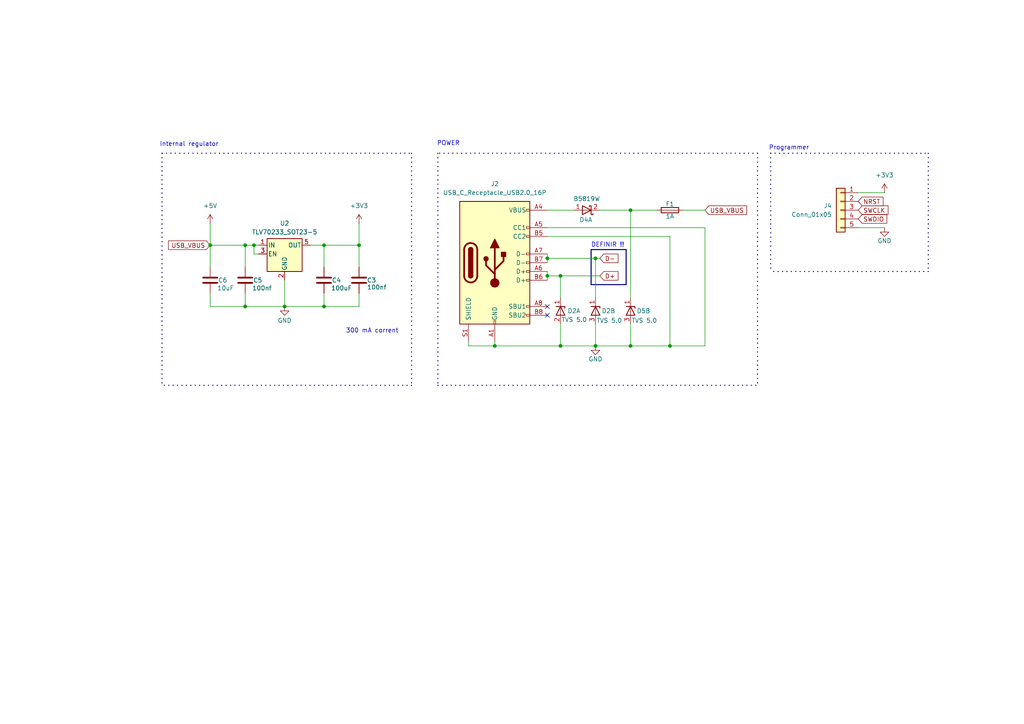
<source format=kicad_sch>
(kicad_sch (version 20231120) (generator "eeschema") (generator_version "8.0")
  (paper "A4")
  (lib_symbols
    (symbol "Connector:USB_C_Receptacle_USB2.0_16P" (pin_names (offset 1.016))
      (property "Reference" "J" (at 0 22.225 0))
      (property "Value" "USB_C_Receptacle_USB2.0_16P" (at 0 19.685 0))
      (symbol "USB_C_Receptacle_USB2.0_16P_0_0"
        (rectangle (start -0.254 -17.78) (end 0.254 -16.764))
        (rectangle (start 10.16 -14.986) (end 9.144 -15.494))
        (rectangle (start 10.16 -12.446) (end 9.144 -12.954))
        (rectangle (start 10.16 -4.826) (end 9.144 -5.334))
        (rectangle (start 10.16 -2.286) (end 9.144 -2.794))
        (rectangle (start 10.16 0.254) (end 9.144 -0.254))
        (rectangle (start 10.16 2.794) (end 9.144 2.286))
        (rectangle (start 10.16 7.874) (end 9.144 7.366))
        (rectangle (start 10.16 10.414) (end 9.144 9.906))
        (rectangle (start 10.16 15.494) (end 9.144 14.986))
      )
      (symbol "USB_C_Receptacle_USB2.0_16P_0_1"
        (rectangle (start -10.16 17.78) (end 10.16 -17.78) (stroke (width 0.254)) (fill (type background)))
        (arc (start -8.89 -3.81) (mid -6.985 -5.7067) (end -5.08 -3.81) (stroke (width 0.508)))
        (arc (start -7.62 -3.81) (mid -6.985 -4.4423) (end -6.35 -3.81) (stroke (width 0.254)))
        (arc (start -7.62 -3.81) (mid -6.985 -4.4423) (end -6.35 -3.81) (stroke (width 0.254)) (fill (type outline)))
        (rectangle (start -7.62 -3.81) (end -6.35 3.81) (stroke (width 0.254)) (fill (type outline)))
        (arc (start -6.35 3.81) (mid -6.985 4.4423) (end -7.62 3.81) (stroke (width 0.254)))
        (arc (start -6.35 3.81) (mid -6.985 4.4423) (end -7.62 3.81) (stroke (width 0.254)) (fill (type outline)))
        (arc (start -5.08 3.81) (mid -6.985 5.7067) (end -8.89 3.81) (stroke (width 0.508)))
        (circle (center -2.54 1.143) (radius 0.635) (stroke (width 0.254)) (fill (type outline)))
        (circle (center 0 -5.842) (radius 1.27) (fill (type outline)))
        (polyline (pts (xy -8.89 -3.81) (xy -8.89 3.81)) (stroke (width 0.508)))
        (polyline (pts (xy -5.08 3.81) (xy -5.08 -3.81)) (stroke (width 0.508)))
        (polyline (pts (xy 0 -5.842) (xy 0 4.318)) (stroke (width 0.508)))
        (polyline (pts (xy 0 -3.302) (xy -2.54 -0.762) (xy -2.54 0.508)) (stroke (width 0.508)))
        (polyline (pts (xy 0 -2.032) (xy 2.54 0.508) (xy 2.54 1.778)) (stroke (width 0.508)))
        (polyline (pts (xy -1.27 4.318) (xy 0 6.858) (xy 1.27 4.318) (xy -1.27 4.318)) (stroke (width 0.254)) (fill (type outline)))
        (rectangle (start 1.905 1.778) (end 3.175 3.048) (stroke (width 0.254)) (fill (type outline)))
      )
      (symbol "USB_C_Receptacle_USB2.0_16P_1_1"
        (pin passive line (at 0 -22.86 90) (length 5.08) (name "GND") (number "A1"))
        (pin passive line (at 0 -22.86 90) (length 5.08) hide (name "GND") (number "A12"))
        (pin passive line (at 15.24 15.24 180) (length 5.08) (name "VBUS") (number "A4"))
        (pin bidirectional line (at 15.24 10.16 180) (length 5.08) (name "CC1") (number "A5"))
        (pin bidirectional line (at 15.24 -2.54 180) (length 5.08) (name "D+") (number "A6"))
        (pin bidirectional line (at 15.24 2.54 180) (length 5.08) (name "D-") (number "A7"))
        (pin bidirectional line (at 15.24 -12.7 180) (length 5.08) (name "SBU1") (number "A8"))
        (pin passive line (at 15.24 15.24 180) (length 5.08) hide (name "VBUS") (number "A9"))
        (pin passive line (at 0 -22.86 90) (length 5.08) hide (name "GND") (number "B1"))
        (pin passive line (at 0 -22.86 90) (length 5.08) hide (name "GND") (number "B12"))
        (pin passive line (at 15.24 15.24 180) (length 5.08) hide (name "VBUS") (number "B4"))
        (pin bidirectional line (at 15.24 7.62 180) (length 5.08) (name "CC2") (number "B5"))
        (pin bidirectional line (at 15.24 -5.08 180) (length 5.08) (name "D+") (number "B6"))
        (pin bidirectional line (at 15.24 0 180) (length 5.08) (name "D-") (number "B7"))
        (pin bidirectional line (at 15.24 -15.24 180) (length 5.08) (name "SBU2") (number "B8"))
        (pin passive line (at 15.24 15.24 180) (length 5.08) hide (name "VBUS") (number "B9"))
        (pin passive line (at -7.62 -22.86 90) (length 5.08) (name "SHIELD") (number "S1"))
      )
    )
    (symbol "Connector_Generic:Conn_01x05" (pin_names (offset 1.016) hide)
      (property "Reference" "J" (at 0 7.62 0))
      (property "Value" "Conn_01x05" (at 0 -7.62 0))
      (symbol "Conn_01x05_1_1"
        (rectangle (start -1.27 -4.953) (end 0 -5.207) (stroke (width 0.1524)))
        (rectangle (start -1.27 -2.413) (end 0 -2.667) (stroke (width 0.1524)))
        (rectangle (start -1.27 0.127) (end 0 -0.127) (stroke (width 0.1524)))
        (rectangle (start -1.27 2.667) (end 0 2.413) (stroke (width 0.1524)))
        (rectangle (start -1.27 5.207) (end 0 4.953) (stroke (width 0.1524)))
        (rectangle (start -1.27 6.35) (end 1.27 -6.35) (stroke (width 0.254)) (fill (type background)))
        (pin passive line (at -5.08 5.08 0) (length 3.81) (name "Pin_1") (number "1"))
        (pin passive line (at -5.08 2.54 0) (length 3.81) (name "Pin_2") (number "2"))
        (pin passive line (at -5.08 0 0) (length 3.81) (name "Pin_3") (number "3"))
        (pin passive line (at -5.08 -2.54 0) (length 3.81) (name "Pin_4") (number "4"))
        (pin passive line (at -5.08 -5.08 0) (length 3.81) (name "Pin_5") (number "5"))
      )
    )
    (symbol "Device:C" (pin_numbers hide) (pin_names (offset 0.254))
      (property "Reference" "C" (at 0.635 2.54 0))
      (property "Value" "C" (at 0.635 -2.54 0))
      (symbol "C_0_1"
        (polyline (pts (xy -2.032 -0.762) (xy 2.032 -0.762)) (stroke (width 0.508)))
        (polyline (pts (xy -2.032 0.762) (xy 2.032 0.762)) (stroke (width 0.508)))
      )
      (symbol "C_1_1"
        (pin passive line (at 0 3.81 270) (length 2.794) (name "~") (number "1"))
        (pin passive line (at 0 -3.81 90) (length 2.794) (name "~") (number "2"))
      )
    )
    (symbol "Device:D_Schottky_Dual_CommonAnode_AKK_Split" (pin_names (offset 0.762) hide)
      (property "Reference" "D" (at 0 2.54 0))
      (property "Value" "D_Schottky_Dual_CommonAnode_AKK_Split" (at 0 -2.54 0))
      (symbol "D_Schottky_Dual_CommonAnode_AKK_Split_0_1"
        (polyline (pts (xy 1.27 0) (xy -1.27 0)))
        (polyline (pts (xy -1.27 1.27) (xy 1.27 0) (xy -1.27 -1.27) (xy -1.27 1.27) (xy -1.27 1.27) (xy -1.27 1.27)) (stroke (width 0.254)))
        (polyline (pts (xy 1.778 1.016) (xy 1.778 1.27) (xy 1.27 1.27) (xy 1.27 -1.27) (xy 0.762 -1.27) (xy 0.762 -1.016)) (stroke (width 0.254)))
        (pin passive line (at -3.81 0 0) (length 2.54) (name "A") (number "1"))
      )
      (symbol "D_Schottky_Dual_CommonAnode_AKK_Split_1_1"
        (pin passive line (at 3.81 0 180) (length 2.54) (name "K") (number "2"))
      )
      (symbol "D_Schottky_Dual_CommonAnode_AKK_Split_2_1"
        (pin passive line (at 3.81 0 180) (length 2.54) (name "K") (number "3"))
      )
    )
    (symbol "Device:D_Zener_Dual_CommonCathode_KAA_Split" (pin_names (offset 0.762) hide)
      (property "Reference" "D" (at 0 2.54 0))
      (property "Value" "D_Zener_Dual_CommonCathode_KAA_Split" (at 0 -2.54 0))
      (symbol "D_Zener_Dual_CommonCathode_KAA_Split_0_0"
        (polyline (pts (xy 1.27 1.27) (xy 1.27 -1.27) (xy 0.762 -1.27)) (stroke (width 0.254)))
      )
      (symbol "D_Zener_Dual_CommonCathode_KAA_Split_0_1"
        (polyline (pts (xy 1.27 0) (xy -1.27 0)))
        (polyline (pts (xy -1.27 1.27) (xy 1.27 0) (xy -1.27 -1.27) (xy -1.27 1.27) (xy -1.27 1.27) (xy -1.27 1.27)) (stroke (width 0.254)))
        (pin passive line (at 3.81 0 180) (length 2.54) (name "K") (number "1"))
      )
      (symbol "D_Zener_Dual_CommonCathode_KAA_Split_1_1"
        (pin passive line (at -3.81 0 0) (length 2.54) (name "A") (number "2"))
      )
      (symbol "D_Zener_Dual_CommonCathode_KAA_Split_2_1"
        (pin passive line (at -3.81 0 0) (length 2.54) (name "K") (number "3"))
      )
    )
    (symbol "Device:Fuse" (pin_numbers hide) (pin_names (offset 0))
      (property "Reference" "F" (at 2.032 0 90))
      (property "Value" "Fuse" (at -1.905 0 90))
      (symbol "Fuse_0_1"
        (rectangle (start -0.762 -2.54) (end 0.762 2.54) (stroke (width 0.254)))
        (polyline (pts (xy 0 2.54) (xy 0 -2.54)))
      )
      (symbol "Fuse_1_1"
        (pin passive line (at 0 3.81 270) (length 1.27) (name "~") (number "1"))
        (pin passive line (at 0 -3.81 90) (length 1.27) (name "~") (number "2"))
      )
    )
    (symbol "Regulator_Linear:TLV70233_SOT23-5" (pin_names (offset 0.254))
      (property "Reference" "U" (at -3.81 5.715 0))
      (property "Value" "TLV70233_SOT23-5" (at 0 5.715 0))
      (symbol "TLV70233_SOT23-5_0_1"
        (rectangle (start -5.08 4.445) (end 5.08 -5.08) (stroke (width 0.254)) (fill (type background)))
      )
      (symbol "TLV70233_SOT23-5_1_1"
        (pin power_in line (at -7.62 2.54 0) (length 2.54) (name "IN") (number "1"))
        (pin power_in line (at 0 -7.62 90) (length 2.54) (name "GND") (number "2"))
        (pin input line (at -7.62 0 0) (length 2.54) (name "EN") (number "3"))
        (pin no_connect line (at 5.08 0 180) (length 2.54) hide (name "NC") (number "4"))
        (pin power_out line (at 7.62 2.54 180) (length 2.54) (name "OUT") (number "5"))
      )
    )
    (symbol "power:+3V3" (power) (pin_numbers hide) (pin_names (offset 0) hide)
      (property "Value" "+3V3" (at 0 3.556 0))
      (symbol "+3V3_0_1"
        (polyline (pts (xy -0.762 1.27) (xy 0 2.54)))
        (polyline (pts (xy 0 0) (xy 0 2.54)))
        (polyline (pts (xy 0 2.54) (xy 0.762 1.27)))
      )
      (symbol "+3V3_1_1"
        (pin power_in line (at 0 0 90) (length 0) (name "~") (number "1"))
      )
    )
    (symbol "power:+5V" (power) (pin_numbers hide) (pin_names (offset 0) hide)
      (property "Value" "+5V" (at 0 3.556 0))
      (symbol "+5V_0_1"
        (polyline (pts (xy -0.762 1.27) (xy 0 2.54)))
        (polyline (pts (xy 0 0) (xy 0 2.54)))
        (polyline (pts (xy 0 2.54) (xy 0.762 1.27)))
      )
      (symbol "+5V_1_1"
        (pin power_in line (at 0 0 90) (length 0) (name "~") (number "1"))
      )
    )
    (symbol "power:GND" (power) (pin_numbers hide) (pin_names (offset 0) hide)
      (property "Value" "GND" (at 0 -3.81 0))
      (symbol "GND_0_1"
        (polyline (pts (xy 0 0) (xy 0 -1.27) (xy 1.27 -1.27) (xy 0 -2.54) (xy -1.27 -1.27) (xy 0 -1.27)))
      )
      (symbol "GND_1_1"
        (pin power_in line (at 0 0 270) (length 0) (name "~") (number "1"))
      )
    )
  )
  (junction (at 82.55 88.9))
  (junction (at 71.12 88.9))
  (junction (at 60.96 71.12))
  (junction (at 93.98 71.12))
  (junction (at 73.66 71.12))
  (junction (at 172.72 100.33))
  (junction (at 93.98 88.9))
  (junction (at 104.14 71.12))
  (junction (at 162.56 100.33))
  (junction (at 194.31 100.33))
  (junction (at 71.12 71.12))
  (junction (at 158.75 74.93))
  (junction (at 143.51 100.33))
  (junction (at 158.75 80.01))
  (junction (at 172.72 74.93))
  (junction (at 162.56 80.01))
  (junction (at 182.88 100.33))
  (junction (at 182.88 60.96))
  (no_connect (at 158.75 91.44))
  (no_connect (at 158.75 88.9))
  (wire (pts (xy 166.37 60.96) (xy 158.75 60.96)))
  (wire (pts (xy 60.96 88.9) (xy 71.12 88.9)))
  (wire (pts (xy 158.75 73.66) (xy 158.75 74.93)))
  (wire (pts (xy 104.14 77.47) (xy 104.14 71.12)))
  (wire (pts (xy 172.72 74.93) (xy 173.99 74.93)))
  (wire (pts (xy 60.96 88.9) (xy 60.96 85.09)))
  (bus (pts (xy 219.71 44.45) (xy 219.71 111.76)) (stroke (width 0) (type dot)))
  (wire (pts (xy 158.75 80.01) (xy 158.75 81.28)))
  (wire (pts (xy 158.75 80.01) (xy 162.56 80.01)))
  (wire (pts (xy 93.98 71.12) (xy 104.14 71.12)))
  (bus (pts (xy 269.24 44.45) (xy 269.24 78.74)) (stroke (width 0) (type dot)))
  (wire (pts (xy 143.51 100.33) (xy 143.51 99.06)))
  (wire (pts (xy 182.88 86.36) (xy 182.88 60.96)))
  (wire (pts (xy 93.98 71.12) (xy 90.17 71.12)))
  (wire (pts (xy 158.75 78.74) (xy 158.75 80.01)))
  (wire (pts (xy 204.47 66.04) (xy 204.47 100.33)))
  (bus (pts (xy 171.45 72.39) (xy 171.45 82.55)))
  (wire (pts (xy 198.12 60.96) (xy 204.47 60.96)))
  (wire (pts (xy 60.96 64.77) (xy 60.96 71.12)))
  (wire (pts (xy 194.31 68.58) (xy 194.31 100.33)))
  (bus (pts (xy 181.61 82.55) (xy 181.61 72.39)))
  (wire (pts (xy 93.98 77.47) (xy 93.98 71.12)))
  (wire (pts (xy 135.89 100.33) (xy 135.89 99.06)))
  (wire (pts (xy 172.72 74.93) (xy 172.72 86.36)))
  (wire (pts (xy 182.88 100.33) (xy 194.31 100.33)))
  (wire (pts (xy 162.56 80.01) (xy 162.56 86.36)))
  (bus (pts (xy 119.38 44.45) (xy 119.38 111.76)) (stroke (width 0) (type dot)))
  (wire (pts (xy 82.55 88.9) (xy 93.98 88.9)))
  (wire (pts (xy 256.54 55.88) (xy 248.92 55.88)))
  (bus (pts (xy 171.45 82.55) (xy 181.61 82.55)))
  (bus (pts (xy 219.71 44.45) (xy 127 44.45)) (stroke (width 0) (type dot)))
  (wire (pts (xy 135.89 100.33) (xy 143.51 100.33)))
  (wire (pts (xy 71.12 88.9) (xy 82.55 88.9)))
  (wire (pts (xy 158.75 66.04) (xy 204.47 66.04)))
  (wire (pts (xy 60.96 71.12) (xy 71.12 71.12)))
  (wire (pts (xy 158.75 68.58) (xy 194.31 68.58)))
  (wire (pts (xy 162.56 80.01) (xy 173.99 80.01)))
  (wire (pts (xy 71.12 71.12) (xy 73.66 71.12)))
  (bus (pts (xy 46.99 44.45) (xy 119.38 44.45)) (stroke (width 0) (type dot)))
  (wire (pts (xy 73.66 73.66) (xy 73.66 71.12)))
  (bus (pts (xy 171.45 72.39) (xy 181.61 72.39)))
  (bus (pts (xy 127 44.45) (xy 127 111.76)) (stroke (width 0) (type dot)))
  (wire (pts (xy 104.14 64.77) (xy 104.14 71.12)))
  (wire (pts (xy 194.31 100.33) (xy 204.47 100.33)))
  (wire (pts (xy 93.98 88.9) (xy 93.98 85.09)))
  (wire (pts (xy 158.75 74.93) (xy 172.72 74.93)))
  (wire (pts (xy 104.14 85.09) (xy 104.14 88.9)))
  (wire (pts (xy 71.12 88.9) (xy 71.12 85.09)))
  (wire (pts (xy 60.96 77.47) (xy 60.96 71.12)))
  (wire (pts (xy 143.51 100.33) (xy 162.56 100.33)))
  (wire (pts (xy 182.88 60.96) (xy 190.5 60.96)))
  (wire (pts (xy 71.12 77.47) (xy 71.12 71.12)))
  (wire (pts (xy 73.66 71.12) (xy 74.93 71.12)))
  (wire (pts (xy 172.72 100.33) (xy 182.88 100.33)))
  (wire (pts (xy 256.54 66.04) (xy 248.92 66.04)))
  (wire (pts (xy 182.88 100.33) (xy 182.88 93.98)))
  (wire (pts (xy 74.93 73.66) (xy 73.66 73.66)))
  (wire (pts (xy 82.55 81.28) (xy 82.55 88.9)))
  (bus (pts (xy 269.24 78.74) (xy 223.52 78.74)) (stroke (width 0) (type dot)))
  (bus (pts (xy 46.99 44.45) (xy 46.99 111.76)) (stroke (width 0) (type dot)))
  (bus (pts (xy 127 111.76) (xy 219.71 111.76)) (stroke (width 0) (type dot)))
  (wire (pts (xy 93.98 88.9) (xy 104.14 88.9)))
  (wire (pts (xy 173.99 60.96) (xy 182.88 60.96)))
  (wire (pts (xy 162.56 93.98) (xy 162.56 100.33)))
  (wire (pts (xy 158.75 74.93) (xy 158.75 76.2)))
  (bus (pts (xy 223.52 44.45) (xy 269.24 44.45)) (stroke (width 0) (type dot)))
  (bus (pts (xy 119.38 111.76) (xy 46.99 111.76)) (stroke (width 0) (type dot)))
  (bus (pts (xy 223.52 44.45) (xy 223.52 78.74)) (stroke (width 0) (type dot)))
  (wire (pts (xy 162.56 100.33) (xy 172.72 100.33)))
  (wire (pts (xy 172.72 93.98) (xy 172.72 100.33)))
  (text "Internal regulator" (at 54.864 41.91 0) (effects (font (size 1.27 1.27))))
  (text "Programmer" (at 228.854 42.926 0) (effects (font (size 1.27 1.27))))
  (text "POWER" (at 130.048 41.656 0) (effects (font (size 1.27 1.27))))
  (text "DEFINIR !!" (at 176.276 71.12 0) (effects (font (size 1.27 1.27))))
  (text "300 mA corrent\n" (at 107.95 96.012 0) (effects (font (size 1.27 1.27))))
  (global_label "D+" (shape input) (at 173.99 80.01 0) (property "Intersheetrefs" "${INTERSHEET_REFS}" (effects (hide yes))))
  (global_label "SWCLK" (shape input) (at 248.92 60.96 0) (property "Intersheetrefs" "${INTERSHEET_REFS}" (effects (hide yes))))
  (global_label "D-" (shape input) (at 173.99 74.93 0) (property "Intersheetrefs" "${INTERSHEET_REFS}" (effects (hide yes))))
  (global_label "NRST" (shape input) (at 248.92 58.42 0) (property "Intersheetrefs" "${INTERSHEET_REFS}" (effects (hide yes))))
  (global_label "SWDIO" (shape input) (at 248.92 63.5 0) (property "Intersheetrefs" "${INTERSHEET_REFS}" (effects (hide yes))))
  (global_label "USB_VBUS" (shape input) (at 204.47 60.96 0) (property "Intersheetrefs" "${INTERSHEET_REFS}" (effects (hide yes))))
  (global_label "USB_VBUS" (shape input) (at 60.96 71.12 180) (property "Intersheetrefs" "${INTERSHEET_REFS}" (effects (hide yes))))
  (symbol (lib_id "power:+3V3") (at 256.54 55.88 0) (mirror y) (unit 1)
    (property "Reference" "#PWR020" (effects (hide yes)))
    (property "Value" "+3V3" (at 256.54 50.8 0))
    (property "Description" "Power symbol creates a global label with name \"+3V3\"" (effects (hide yes)))
  )
  (symbol (lib_id "Device:C") (at 104.14 81.28 0) (unit 1)
    (property "Reference" "C3" (at 106.426 81.28 0) (effects (justify left)))
    (property "Value" "100nf" (at 106.426 83.312 0) (effects (justify left)))
    (property "Description" "Unpolarized capacitor" (effects (hide yes)))
  )
  (symbol (lib_id "Connector_Generic:Conn_01x05") (at 243.84 60.96 0) (mirror y) (unit 1)
    (property "Reference" "J4" (at 241.3 59.6899 0) (effects (justify left)))
    (property "Value" "Conn_01x05" (at 241.3 62.2299 0) (effects (justify left)))
    (property "Description" "Generic connector, single row, 01x05, script generated (kicad-library-utils/schlib/autogen/connector/)" (effects (hide yes)))
  )
  (symbol (lib_id "power:+5V") (at 60.96 64.77 0) (unit 1)
    (property "Reference" "#PWR013" (effects (hide yes)))
    (property "Value" "+5V" (at 60.96 59.69 0))
    (property "Description" "Power symbol creates a global label with name \"+5V\"" (effects (hide yes)))
  )
  (symbol (lib_id "Device:D_Zener_Dual_CommonCathode_KAA_Split") (at 162.56 90.17 90) (unit 1)
    (property "Reference" "D2" (at 164.592 90.17 90) (effects (justify right)))
    (property "Value" "TVS 5.0" (at 162.814 92.71 90) (effects (justify right)))
    (property "Description" "Dual Zener diode, common anode on pin 1" (effects (hide yes)))
  )
  (symbol (lib_id "Device:D_Zener_Dual_CommonCathode_KAA_Split") (at 172.72 90.17 90) (unit 2)
    (property "Reference" "D2" (at 174.498 90.17 90) (effects (justify right)))
    (property "Value" "TVS 5.0" (at 172.974 92.964 90) (effects (justify right)))
    (property "Description" "Dual Zener diode, common anode on pin 1" (effects (hide yes)))
  )
  (symbol (lib_id "power:+3V3") (at 104.14 64.77 0) (unit 1)
    (property "Reference" "#PWR012" (effects (hide yes)))
    (property "Value" "+3V3" (at 104.14 59.69 0))
    (property "Description" "Power symbol creates a global label with name \"+3V3\"" (effects (hide yes)))
  )
  (symbol (lib_id "Connector:USB_C_Receptacle_USB2.0_16P") (at 143.51 76.2 0) (unit 1)
    (property "Reference" "J2" (at 143.51 53.34 0))
    (property "Value" "USB_C_Receptacle_USB2.0_16P" (at 143.51 55.88 0))
    (property "Datasheet" "https://www.usb.org/sites/default/files/documents/usb_type-c.zip" (effects (hide yes)))
    (property "Description" "USB 2.0-only 16P Type-C Receptacle connector" (effects (hide yes)))
  )
  (symbol (lib_id "Device:D_Schottky_Dual_CommonAnode_AKK_Split") (at 170.18 60.96 0) (mirror x) (unit 1)
    (property "Reference" "D4" (at 169.926 63.754 0))
    (property "Value" "B5819W" (at 170.18 57.658 0))
    (property "Description" "Dual Schottky diode, common anode on pin 1" (effects (hide yes)))
  )
  (symbol (lib_id "Device:C") (at 60.96 81.28 0) (unit 1)
    (property "Reference" "C6" (at 63.246 81.28 0) (effects (justify left)))
    (property "Value" "10uF" (at 62.992 83.566 0) (effects (justify left)))
    (property "Description" "Unpolarized capacitor" (effects (hide yes)))
  )
  (symbol (lib_id "Device:D_Zener_Dual_CommonCathode_KAA_Split") (at 182.88 90.17 90) (unit 2)
    (property "Reference" "D5" (at 184.658 90.17 90) (effects (justify right)))
    (property "Value" "TVS 5.0" (at 183.134 92.964 90) (effects (justify right)))
    (property "Description" "Dual Zener diode, common anode on pin 1" (effects (hide yes)))
  )
  (symbol (lib_id "power:GND") (at 172.72 100.33 0) (unit 1)
    (property "Reference" "#PWR017" (effects (hide yes)))
    (property "Value" "GND" (at 172.72 104.14 0))
    (property "Description" "Power symbol creates a global label with name \"GND\" , ground" (effects (hide yes)))
  )
  (symbol (lib_id "Regulator_Linear:TLV70233_SOT23-5") (at 82.55 73.66 0) (unit 1)
    (property "Reference" "U2" (at 82.55 64.77 0))
    (property "Value" "TLV70233_SOT23-5" (at 82.55 67.31 0))
    (property "Footprint" "Package_TO_SOT_SMD:SOT-23-5" (effects (hide yes)))
    (property "Datasheet" "http://www.ti.com/lit/ds/symlink/tlv702.pdf" (effects (hide yes)))
    (property "Description" "300mA Low Dropout Voltage Regulator, Fixed Output 3.3V, SOT-23-5" (effects (hide yes)))
  )
  (symbol (lib_id "power:GND") (at 256.54 66.04 0) (mirror y) (unit 1)
    (property "Reference" "#PWR021" (effects (hide yes)))
    (property "Value" "GND" (at 256.54 69.85 0))
    (property "Description" "Power symbol creates a global label with name \"GND\" , ground" (effects (hide yes)))
  )
  (symbol (lib_id "Device:C") (at 71.12 81.28 0) (unit 1)
    (property "Reference" "C5" (at 73.406 81.28 0) (effects (justify left)))
    (property "Value" "100nf" (at 73.152 83.566 0) (effects (justify left)))
    (property "Description" "Unpolarized capacitor" (effects (hide yes)))
  )
  (symbol (lib_id "Device:C") (at 93.98 81.28 0) (unit 1)
    (property "Reference" "C4" (at 96.266 81.28 0) (effects (justify left)))
    (property "Value" "100uF" (at 96.012 83.566 0) (effects (justify left)))
    (property "Description" "Unpolarized capacitor" (effects (hide yes)))
  )
  (symbol (lib_id "Device:Fuse") (at 194.31 60.96 90) (unit 1)
    (property "Reference" "F1" (at 194.31 59.182 90))
    (property "Value" "1A" (at 194.31 62.738 90))
    (property "Description" "Fuse" (effects (hide yes)))
  )
  (symbol (lib_id "power:GND") (at 82.55 88.9 0) (unit 1)
    (property "Reference" "#PWR014" (effects (hide yes)))
    (property "Value" "GND" (at 82.55 92.964 0))
    (property "Description" "Power symbol creates a global label with name \"GND\" , ground" (effects (hide yes)))
  )
)
</source>
